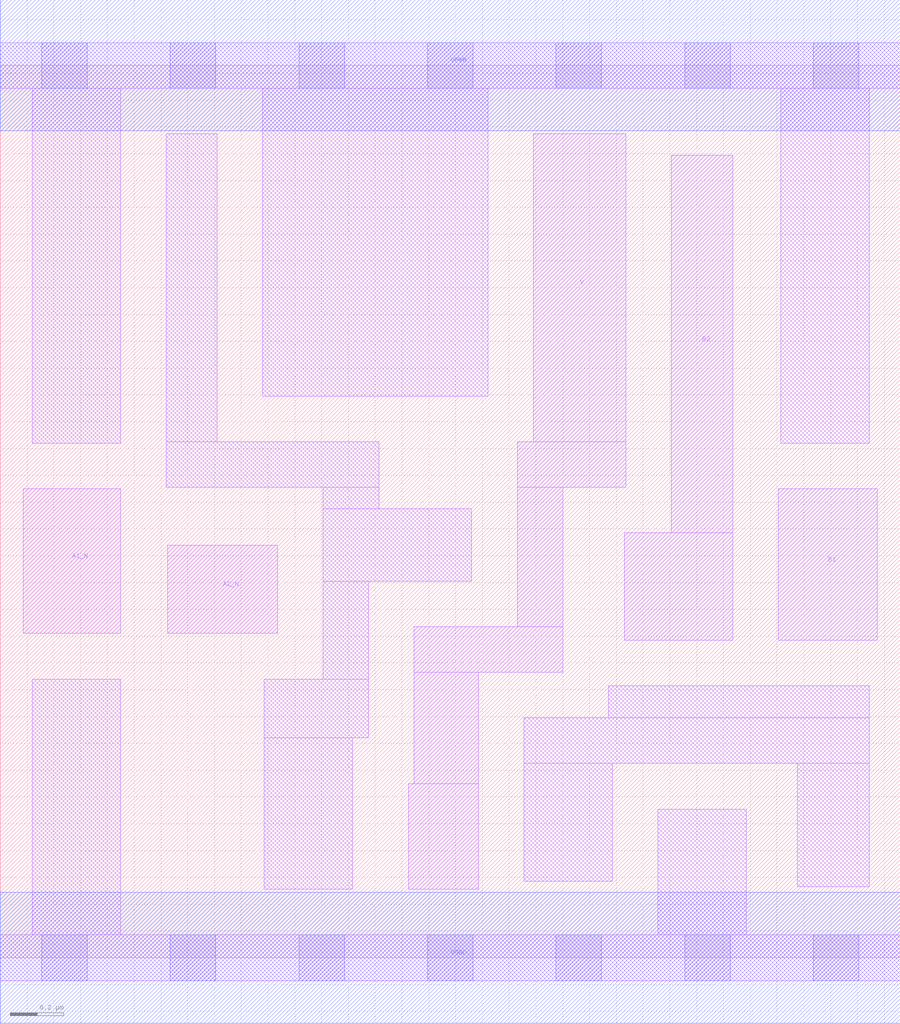
<source format=lef>
# Copyright 2020 The SkyWater PDK Authors
#
# Licensed under the Apache License, Version 2.0 (the "License");
# you may not use this file except in compliance with the License.
# You may obtain a copy of the License at
#
#     https://www.apache.org/licenses/LICENSE-2.0
#
# Unless required by applicable law or agreed to in writing, software
# distributed under the License is distributed on an "AS IS" BASIS,
# WITHOUT WARRANTIES OR CONDITIONS OF ANY KIND, either express or implied.
# See the License for the specific language governing permissions and
# limitations under the License.
#
# SPDX-License-Identifier: Apache-2.0

VERSION 5.7 ;
  NAMESCASESENSITIVE ON ;
  NOWIREEXTENSIONATPIN ON ;
  DIVIDERCHAR "/" ;
  BUSBITCHARS "[]" ;
UNITS
  DATABASE MICRONS 200 ;
END UNITS
MACRO sky130_fd_sc_lp__o2bb2ai_1
  CLASS CORE ;
  SOURCE USER ;
  FOREIGN sky130_fd_sc_lp__o2bb2ai_1 ;
  ORIGIN  0.000000  0.000000 ;
  SIZE  3.360000 BY  3.330000 ;
  SYMMETRY X Y R90 ;
  SITE unit ;
  PIN A1_N
    ANTENNAGATEAREA  0.315000 ;
    DIRECTION INPUT ;
    USE SIGNAL ;
    PORT
      LAYER li1 ;
        RECT 0.085000 1.210000 0.450000 1.750000 ;
    END
  END A1_N
  PIN A2_N
    ANTENNAGATEAREA  0.315000 ;
    DIRECTION INPUT ;
    USE SIGNAL ;
    PORT
      LAYER li1 ;
        RECT 0.625000 1.210000 1.035000 1.540000 ;
    END
  END A2_N
  PIN B1
    ANTENNAGATEAREA  0.315000 ;
    DIRECTION INPUT ;
    USE SIGNAL ;
    PORT
      LAYER li1 ;
        RECT 2.905000 1.185000 3.275000 1.750000 ;
    END
  END B1
  PIN B2
    ANTENNAGATEAREA  0.315000 ;
    DIRECTION INPUT ;
    USE SIGNAL ;
    PORT
      LAYER li1 ;
        RECT 2.330000 1.185000 2.735000 1.585000 ;
        RECT 2.505000 1.585000 2.735000 2.995000 ;
    END
  END B2
  PIN Y
    ANTENNADIFFAREA  0.676200 ;
    DIRECTION OUTPUT ;
    USE SIGNAL ;
    PORT
      LAYER li1 ;
        RECT 1.525000 0.255000 1.785000 0.650000 ;
        RECT 1.545000 0.650000 1.785000 1.065000 ;
        RECT 1.545000 1.065000 2.100000 1.235000 ;
        RECT 1.930000 1.235000 2.100000 1.755000 ;
        RECT 1.930000 1.755000 2.335000 1.925000 ;
        RECT 1.990000 1.925000 2.335000 3.075000 ;
    END
  END Y
  PIN VGND
    DIRECTION INOUT ;
    USE GROUND ;
    PORT
      LAYER met1 ;
        RECT 0.000000 -0.245000 3.360000 0.245000 ;
    END
  END VGND
  PIN VPWR
    DIRECTION INOUT ;
    USE POWER ;
    PORT
      LAYER met1 ;
        RECT 0.000000 3.085000 3.360000 3.575000 ;
    END
  END VPWR
  OBS
    LAYER li1 ;
      RECT 0.000000 -0.085000 3.360000 0.085000 ;
      RECT 0.000000  3.245000 3.360000 3.415000 ;
      RECT 0.120000  0.085000 0.450000 1.040000 ;
      RECT 0.120000  1.920000 0.450000 3.245000 ;
      RECT 0.620000  1.755000 1.415000 1.925000 ;
      RECT 0.620000  1.925000 0.810000 3.075000 ;
      RECT 0.980000  2.095000 1.820000 3.245000 ;
      RECT 0.985000  0.255000 1.315000 0.820000 ;
      RECT 0.985000  0.820000 1.375000 1.040000 ;
      RECT 1.205000  1.040000 1.375000 1.405000 ;
      RECT 1.205000  1.405000 1.760000 1.675000 ;
      RECT 1.205000  1.675000 1.415000 1.755000 ;
      RECT 1.955000  0.285000 2.285000 0.725000 ;
      RECT 1.955000  0.725000 3.245000 0.895000 ;
      RECT 2.270000  0.895000 3.245000 1.015000 ;
      RECT 2.455000  0.085000 2.785000 0.555000 ;
      RECT 2.915000  1.920000 3.245000 3.245000 ;
      RECT 2.975000  0.265000 3.245000 0.725000 ;
    LAYER mcon ;
      RECT 0.155000 -0.085000 0.325000 0.085000 ;
      RECT 0.155000  3.245000 0.325000 3.415000 ;
      RECT 0.635000 -0.085000 0.805000 0.085000 ;
      RECT 0.635000  3.245000 0.805000 3.415000 ;
      RECT 1.115000 -0.085000 1.285000 0.085000 ;
      RECT 1.115000  3.245000 1.285000 3.415000 ;
      RECT 1.595000 -0.085000 1.765000 0.085000 ;
      RECT 1.595000  3.245000 1.765000 3.415000 ;
      RECT 2.075000 -0.085000 2.245000 0.085000 ;
      RECT 2.075000  3.245000 2.245000 3.415000 ;
      RECT 2.555000 -0.085000 2.725000 0.085000 ;
      RECT 2.555000  3.245000 2.725000 3.415000 ;
      RECT 3.035000 -0.085000 3.205000 0.085000 ;
      RECT 3.035000  3.245000 3.205000 3.415000 ;
  END
END sky130_fd_sc_lp__o2bb2ai_1
END LIBRARY

</source>
